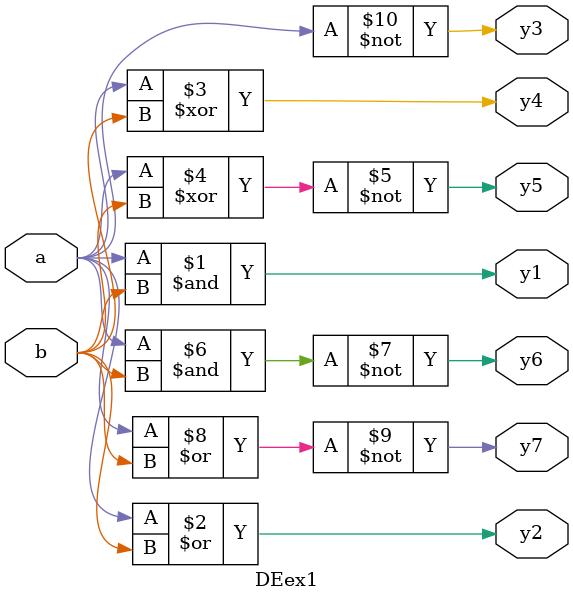
<source format=v>
module DEex1(a,b,y1,y2,y3,y4,y5,y6,y7);
input a,b;
output y1,y2,y3,y4,y5,y6,y7;
and (y1,a,b);
or (y2,a,b);
not (y3,a);
xor (y4,a,b);
xnor (y5,a,b);
nand (y6,a,b);
nor (y7,a,b);
endmodule
</source>
